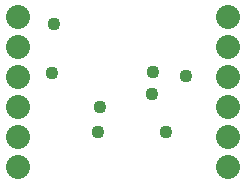
<source format=gbs>
G75*
%MOIN*%
%OFA0B0*%
%FSLAX24Y24*%
%IPPOS*%
%LPD*%
%AMOC8*
5,1,8,0,0,1.08239X$1,22.5*
%
%ADD10C,0.0800*%
%ADD11C,0.0436*%
D10*
X000684Y000682D03*
X000684Y001682D03*
X000684Y002682D03*
X000684Y003682D03*
X000684Y004682D03*
X000684Y005682D03*
X007684Y005682D03*
X007684Y004682D03*
X007684Y003682D03*
X007684Y002682D03*
X007684Y001682D03*
X007684Y000682D03*
D11*
X005609Y001843D03*
X005164Y003111D03*
X005184Y003851D03*
X006294Y003706D03*
X003428Y002686D03*
X003349Y001835D03*
X001837Y003792D03*
X001881Y005426D03*
M02*

</source>
